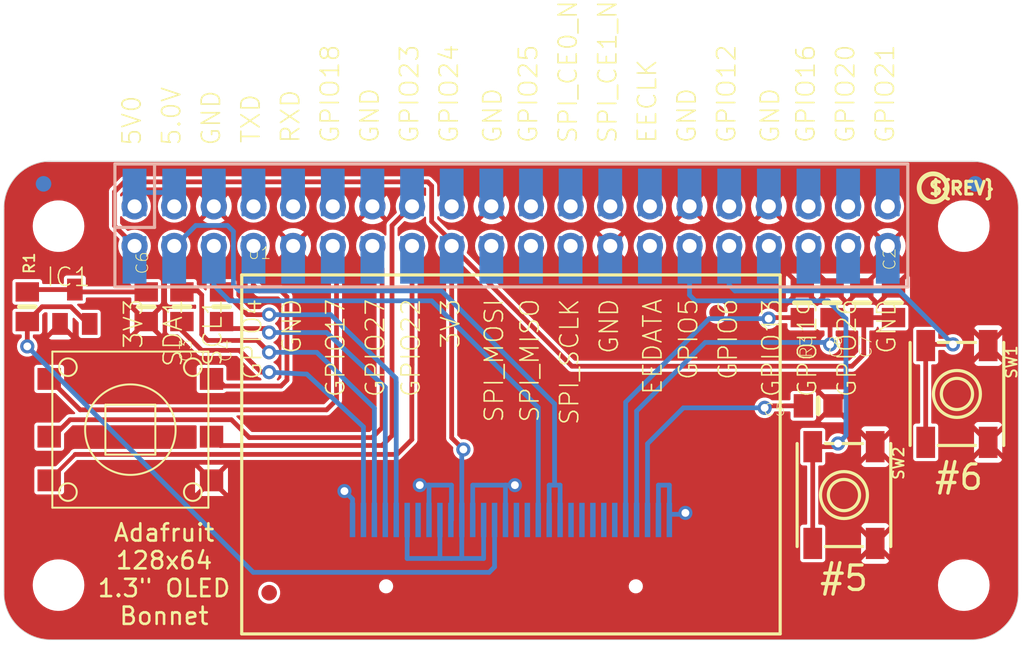
<source format=kicad_pcb>
(kicad_pcb (version 20221018) (generator pcbnew)
  (layers (0 "F.Cu" signal) (31 "B.Cu" signal) (34 "B.Paste" user) (35 "F.Paste" user) (36 "B.SilkS" user "B.Silkscreen") (37 "F.SilkS" user "F.Silkscreen") (38 "B.Mask" user) (39 "F.Mask" user) (44 "Edge.Cuts" user))
  (net 0 "")
  (net 1 "SCL")
  (net 2 "SDA")
  (net 3 "GND")
  (net 4 "RST")
  (net 5 "3.3V")
  (net 6 "N$3")
  (net 7 "N$4")
  (net 8 "N$5")
  (net 9 "N$6")
  (net 10 "N$7")
  (net 11 "N$11")
  (net 12 "N$12")
  (net 13 "5.0V")
  (net 14 "GPIO23")
  (net 15 "GPIO17")
  (net 16 "GPIO27")
  (net 17 "GPIO22")
  (net 18 "GPIO4")
  (net 19 "GPIO5")
  (net 20 "GPIO6")
  (footprint "working:PI_BONNET_THMSMT" (layer "F.Cu") (at 116.0011 120.3338)
    (fp_text reference "RPI1" hide)
    (fp_text value "RASPBERRYPI_BPLUS_BONNET_THMSMT" hide)
    (fp_text user "GND" (at 49.7716 -31.7378 90) (layer "F.SilkS") (effects (font (size 1.1684 1.1684) (thickness 0.1016)) (justify left bottom)))
    (fp_text user "GPIO18" (at 21.5776 -31.7378 90) (layer "F.SilkS") (effects (font (size 1.1684 1.1684) (thickness 0.1016)) (justify left bottom)))
    (fp_text user "GND" (at 31.9916 -31.7378 90) (layer "F.SilkS") (effects (font (size 1.1684 1.1684) (thickness 0.1016)) (justify left bottom)))
    (fp_text user "GND" (at 24.1176 -31.7378 90) (layer "F.SilkS") (effects (font (size 1.1684 1.1684) (thickness 0.1016)) (justify left bottom)))
    (fp_text user "SPI_SCLK" (at 35.5476 -21.9334 90) (layer "F.SilkS") (effects (font (size 1.1684 1.1684) (thickness 0.1016)) (justify right top)))
    (fp_text user "EECLK" (at 41.8976 -31.7378 90) (layer "F.SilkS") (effects (font (size 1.1684 1.1684) (thickness 0.1016)) (justify left bottom)))
    (fp_text user "GPIO22" (at 25.3876 -21.9334 90) (layer "F.SilkS") (effects (font (size 1.1684 1.1684) (thickness 0.1016)) (justify right top)))
    (fp_text user "SDA1" (at 10.1476 -21.9334 90) (layer "F.SilkS") (effects (font (size 1.1684 1.1684) (thickness 0.1016)) (justify right top)))
    (fp_text user "TXD" (at 16.4976 -31.7378 90) (layer "F.SilkS") (effects (font (size 1.1684 1.1684) (thickness 0.1016)) (justify left bottom)))
    (fp_text user "EEDATA" (at 40.8816 -21.9334 90) (layer "F.SilkS") (effects (font (size 1.1684 1.1684) (thickness 0.1016)) (justify right top)))
    (fp_text user "RXD" (at 19.0376 -31.7378 90) (layer "F.SilkS") (effects (font (size 1.1684 1.1684) (thickness 0.1016)) (justify left bottom)))
    (fp_text user "SPI_CE1_N" (at 39.3576 -31.7378 90) (layer "F.SilkS") (effects (font (size 1.1684 1.1684) (thickness 0.1016)) (justify left bottom)))
    (fp_text user "GPOI19" (at 50.7876 -21.9334 90) (layer "F.SilkS") (effects (font (size 1.1684 1.1684) (thickness 0.1016)) (justify right top)))
    (fp_text user "GPIO4" (at 15.2276 -21.9334 90) (layer "F.SilkS") (effects (font (size 1.1684 1.1684) (thickness 0.1016)) (justify right top)))
    (fp_text user "GPIO12" (at 46.9776 -31.7378 90) (layer "F.SilkS") (effects (font (size 1.1684 1.1684) (thickness 0.1016)) (justify left bottom)))
    (fp_text user "SPI_CE0_N" (at 36.8176 -31.7378 90) (layer "F.SilkS") (effects (font (size 1.1684 1.1684) (thickness 0.1016)) (justify left bottom)))
    (fp_text user "GND" (at 13.9576 -31.5854 90) (layer "F.SilkS") (effects (font (size 1.1684 1.1684) (thickness 0.1016)) (justify left bottom)))
    (fp_text user "GND" (at 55.8676 -21.9334 90) (layer "F.SilkS") (effects (font (size 1.1684 1.1684) (thickness 0.1016)) (justify right top)))
    (fp_text user "GPIO13" (at 48.5016 -21.9334 90) (layer "F.SilkS") (effects (font (size 1.1684 1.1684) (thickness 0.1016)) (justify right top)))
    (fp_text user "SPI_MOSI" (at 30.7216 -21.9334 90) (layer "F.SilkS") (effects (font (size 1.1684 1.1684) (thickness 0.1016)) (justify right top)))
    (fp_text user "3V3" (at 7.6076 -21.9334 90) (layer "F.SilkS") (effects (font (size 1.1684 1.1684) (thickness 0.1016)) (justify right top)))
    (fp_text user "GPIO21" (at 57.1376 -31.7378 90) (layer "F.SilkS") (effects (font (size 1.1684 1.1684) (thickness 0.1016)) (justify left bottom)))
    (fp_text user "SCL1" (at 12.6876 -21.9334 90) (layer "F.SilkS") (effects (font (size 1.1684 1.1684) (thickness 0.1016)) (justify right top)))
    (fp_text user "SPI_MISO" (at 33.0076 -21.9334 90) (layer "F.SilkS") (effects (font (size 1.1684 1.1684) (thickness 0.1016)) (justify right top)))
    (fp_text user "GPIO27" (at 23.1016 -21.9334 90) (layer "F.SilkS") (effects (font (size 1.1684 1.1684) (thickness 0.1016)) (justify right top)))
    (fp_text user "3V3" (at 27.9276 -21.9334 90) (layer "F.SilkS") (effects (font (size 1.1684 1.1684) (thickness 0.1016)) (justify right top)))
    (fp_text user "GPIO6" (at 45.7076 -21.9334 90) (layer "F.SilkS") (effects (font (size 1.1684 1.1684) (thickness 0.1016)) (justify right top)))
    (fp_text user "GND" (at 17.7676 -21.9334 90) (layer "F.SilkS") (effects (font (size 1.1684 1.1684) (thickness 0.1016)) (justify right top)))
    (fp_text user "GPIO25" (at 34.2776 -31.7378 90) (layer "F.SilkS") (effects (font (size 1.1684 1.1684) (thickness 0.1016)) (justify left bottom)))
    (fp_text user "GPIO26" (at 53.3276 -21.9334 90) (layer "F.SilkS") (effects (font (size 1.1684 1.1684) (thickness 0.1016)) (justify right top)))
    (fp_text user "GPIO20" (at 54.5976 -31.7378 90) (layer "F.SilkS") (effects (font (size 1.1684 1.1684) (thickness 0.1016)) (justify left bottom)))
    (fp_text user "GPIO17" (at 20.5616 -21.9334 90) (layer "F.SilkS") (effects (font (size 1.1684 1.1684) (thickness 0.1016)) (justify right top)))
    (fp_text user "GPIO5" (at 43.1676 -21.9334 90) (layer "F.SilkS") (effects (font (size 1.1684 1.1684) (thickness 0.1016)) (justify right top)))
    (fp_text user "GND" (at 44.4376 -31.7378 90) (layer "F.SilkS") (effects (font (size 1.1684 1.1684) (thickness 0.1016)) (justify left bottom)))
    (fp_text user "5V0" (at 8.8776 -31.5854 90) (layer "F.SilkS") (effects (font (size 1.1684 1.1684) (thickness 0.1016)) (justify left bottom)))
    (fp_text user "5.0V" (at 11.4176 -31.5854 90) (layer "F.SilkS") (effects (font (size 1.1684 1.1684) (thickness 0.1016)) (justify left bottom)))
    (fp_text user "GND" (at 38.0876 -21.9334 90) (layer "F.SilkS") (effects (font (size 1.1684 1.1684) (thickness 0.1016)) (justify right top)))
    (fp_text user "GPIO24" (at 29.1976 -31.7378 90) (layer "F.SilkS") (effects (font (size 1.1684 1.1684) (thickness 0.1016)) (justify left bottom)))
    (fp_text user "GPIO23" (at 26.6576 -31.7378 90) (layer "F.SilkS") (effects (font (size 1.1684 1.1684) (thickness 0.1016)) (justify left bottom)))
    (fp_text user "GPIO16" (at 52.0576 -31.7378 90) (layer "F.SilkS") (effects (font (size 1.1684 1.1684) (thickness 0.1016)) (justify left bottom)))
    (fp_line (start 0 -27.6604) (end 0 -3) (stroke (width 0.05)) (layer "Edge.Cuts"))
    (fp_line (start 3 0) (end 62 0) (stroke (width 0.05)) (layer "Edge.Cuts"))
    (fp_line (start 62 -30.6604) (end 3 -30.6604) (stroke (width 0.05)) (layer "Edge.Cuts"))
    (fp_line (start 65 -3) (end 65 -27.6604) (stroke (width 0.05)) (layer "Edge.Cuts"))
    (fp_arc (start 0 -27.6604) (mid 0.87868 -29.78172) (end 3 -30.6604) (stroke (width 0.05)) (layer "Edge.Cuts"))
    (fp_arc (start 3 0) (mid 0.87868 -0.87868) (end 0 -3) (stroke (width 0.05)) (layer "Edge.Cuts"))
    (fp_arc (start 62 -30.6604) (mid 64.12132 -29.78172) (end 65 -27.6604) (stroke (width 0.05)) (layer "Edge.Cuts"))
    (fp_arc (start 65 -3) (mid 64.12132 -0.87868) (end 62 0) (stroke (width 0.05)) (layer "Edge.Cuts"))
    (pad "" np_thru_hole circle (at 3.5 -26.5) (size 2.8 2.8) (drill 2.8) (layers "*.Cu" "*.Mask"))
    (pad "" np_thru_hole circle (at 3.5 -3.5) (size 2.8 2.8) (drill 2.8) (layers "*.Cu" "*.Mask"))
    (pad "" np_thru_hole circle (at 61.5 -26.5) (size 2.8 2.8) (drill 2.8) (layers "*.Cu" "*.Mask"))
    (pad "" np_thru_hole circle (at 61.5 -3.5) (size 2.8 2.8) (drill 2.8) (layers "*.Cu" "*.Mask"))
    (pad "1" thru_hole circle (at 8.37 -25.23) (size 1.6764 1.6764) (drill 0.9) (layers "*.Cu" "*.Mask") (net 5 "3.3V"))
    (pad "2" thru_hole circle (at 8.37 -27.77) (size 1.6764 1.6764) (drill 0.9) (layers "*.Cu" "*.Mask") (net 13 "5.0V"))
    (pad "3" thru_hole circle (at 10.91 -25.23) (size 1.6764 1.6764) (drill 0.9) (layers "*.Cu" "*.Mask") (net 2 "SDA"))
    (pad "4" thru_hole circle (at 10.91 -27.77) (size 1.6764 1.6764) (drill 0.9) (layers "*.Cu" "*.Mask") (net 13 "5.0V"))
    (pad "5" thru_hole circle (at 13.45 -25.23) (size 1.6764 1.6764) (drill 0.9) (layers "*.Cu" "*.Mask") (net 1 "SCL"))
    (pad "6" thru_hole circle (at 13.45 -27.77) (size 1.6764 1.6764) (drill 0.9) (layers "*.Cu" "*.Mask") (net 3 "GND"))
    (pad "7" thru_hole circle (at 15.99 -25.23) (size 1.6764 1.6764) (drill 0.9) (layers "*.Cu" "*.Mask") (net 18 "GPIO4"))
    (pad "8" thru_hole circle (at 15.99 -27.77) (size 1.6764 1.6764) (drill 0.9) (layers "*.Cu" "*.Mask"))
    (pad "9" thru_hole circle (at 18.53 -25.23) (size 1.6764 1.6764) (drill 0.9) (layers "*.Cu" "*.Mask") (net 3 "GND"))
    (pad "10" thru_hole circle (at 18.53 -27.77) (size 1.6764 1.6764) (drill 0.9) (layers "*.Cu" "*.Mask"))
    (pad "11" thru_hole circle (at 21.07 -25.23) (size 1.6764 1.6764) (drill 0.9) (layers "*.Cu" "*.Mask") (net 15 "GPIO17"))
    (pad "12" thru_hole circle (at 21.07 -27.77) (size 1.6764 1.6764) (drill 0.9) (layers "*.Cu" "*.Mask"))
    (pad "13" thru_hole circle (at 23.61 -25.23) (size 1.6764 1.6764) (drill 0.9) (layers "*.Cu" "*.Mask") (net 16 "GPIO27"))
    (pad "14" thru_hole circle (at 23.61 -27.77) (size 1.6764 1.6764) (drill 0.9) (layers "*.Cu" "*.Mask") (net 3 "GND"))
    (pad "15" thru_hole circle (at 26.15 -25.23) (size 1.6764 1.6764) (drill 0.9) (layers "*.Cu" "*.Mask") (net 17 "GPIO22"))
    (pad "16" thru_hole circle (at 26.15 -27.77) (size 1.6764 1.6764) (drill 0.9) (layers "*.Cu" "*.Mask") (net 14 "GPIO23"))
    (pad "17" thru_hole circle (at 28.69 -25.23) (size 1.6764 1.6764) (drill 0.9) (layers "*.Cu" "*.Mask") (net 5 "3.3V"))
    (pad "18" thru_hole circle (at 28.69 -27.77) (size 1.6764 1.6764) (drill 0.9) (layers "*.Cu" "*.Mask"))
    (pad "19" thru_hole circle (at 31.23 -25.23) (size 1.6764 1.6764) (drill 0.9) (layers "*.Cu" "*.Mask"))
    (pad "20" thru_hole circle (at 31.23 -27.77) (size 1.6764 1.6764) (drill 0.9) (layers "*.Cu" "*.Mask") (net 3 "GND"))
    (pad "21" thru_hole circle (at 33.77 -25.23) (size 1.6764 1.6764) (drill 0.9) (layers "*.Cu" "*.Mask"))
    (pad "22" thru_hole circle (at 33.77 -27.77) (size 1.6764 1.6764) (drill 0.9) (layers "*.Cu" "*.Mask"))
    (pad "23" thru_hole circle (at 36.31 -25.23) (size 1.6764 1.6764) (drill 0.9) (layers "*.Cu" "*.Mask"))
    (pad "24" thru_hole circle (at 36.31 -27.77) (size 1.6764 1.6764) (drill 0.9) (layers "*.Cu" "*.Mask"))
    (pad "25" thru_hole circle (at 38.85 -25.23) (size 1.6764 1.6764) (drill 0.9) (layers "*.Cu" "*.Mask") (net 3 "GND"))
    (pad "26" thru_hole circle (at 38.85 -27.77) (size 1.6764 1.6764) (drill 0.9) (layers "*.Cu" "*.Mask"))
    (pad "27" thru_hole circle (at 41.39 -25.23) (size 1.6764 1.6764) (drill 0.9) (layers "*.Cu" "*.Mask"))
    (pad "28" thru_hole circle (at 41.39 -27.77) (size 1.6764 1.6764) (drill 0.9) (layers "*.Cu" "*.Mask"))
    (pad "29" thru_hole circle (at 43.93 -25.23) (size 1.6764 1.6764) (drill 0.9) (layers "*.Cu" "*.Mask") (net 19 "GPIO5"))
    (pad "30" thru_hole circle (at 43.93 -27.77) (size 1.6764 1.6764) (drill 0.9) (layers "*.Cu" "*.Mask") (net 3 "GND"))
    (pad "31" thru_hole circle (at 46.47 -25.23) (size 1.6764 1.6764) (drill 0.9) (layers "*.Cu" "*.Mask") (net 20 "GPIO6"))
    (pad "32" thru_hole circle (at 46.47 -27.77) (size 1.6764 1.6764) (drill 0.9) (layers "*.Cu" "*.Mask"))
    (pad "33" thru_hole circle (at 49.01 -25.23) (size 1.6764 1.6764) (drill 0.9) (layers "*.Cu" "*.Mask"))
    (pad "34" thru_hole circle (at 49.01 -27.77) (size 1.6764 1.6764) (drill 0.9) (layers "*.Cu" "*.Mask") (net 3 "GND"))
    (pad "35" thru_hole circle (at 51.55 -25.23) (size 1.6764 1.6764) (drill 0.9) (layers "*.Cu" "*.Mask"))
    (pad "36" thru_hole circle (at 51.55 -27.77) (size 1.6764 1.6764) (drill 0.9) (layers "*.Cu" "*.Mask"))
    (pad "37" thru_hole circle (at 54.09 -25.23) (size 1.6764 1.6764) (drill 0.9) (layers "*.Cu" "*.Mask"))
    (pad "38" thru_hole circle (at 54.09 -27.77) (size 1.6764 1.6764) (drill 0.9) (layers "*.Cu" "*.Mask"))
    (pad "39" thru_hole circle (at 56.63 -25.23) (size 1.6764 1.6764) (drill 0.9) (layers "*.Cu" "*.Mask") (net 3 "GND"))
    (pad "40" thru_hole circle (at 56.63 -27.77) (size 1.6764 1.6764) (drill 0.9) (layers "*.Cu" "*.Mask"))
    (pad "41" smd roundrect (at 2.54 -29.21 180) (size 1 1) (layers "B.Cu" "B.Mask") (roundrect_rratio 0.5))
    (pad "42" smd roundrect (at 62.23 -29.21 180) (size 1 1) (layers "B.Cu" "B.Mask") (roundrect_rratio 0.5))
    (pad "S1" smd rect (at 8.3696 -24.3394 270) (size 3.048 1.524) (layers "B.Cu" "B.Mask") (net 5 "3.3V"))
    (pad "S2" smd rect (at 8.3696 -28.6574 270) (size 3.048 1.524) (layers "B.Cu" "B.Mask") (net 13 "5.0V"))
    (pad "S3" smd rect (at 10.9096 -24.3394 90) (size 3.048 1.524) (layers "B.Cu" "B.Mask") (net 2 "SDA"))
    (pad "S4" smd rect (at 10.9096 -28.6574 270) (size 3.048 1.524) (layers "B.Cu" "B.Mask") (net 13 "5.0V"))
    (pad "S5" smd rect (at 13.4496 -24.3394 90) (size 3.048 1.524) (layers "B.Cu" "B.Mask") (net 1 "SCL"))
    (pad "S6" smd rect (at 13.4496 -28.6574 270) (size 3.048 1.524) (layers "B.Cu" "B.Mask") (net 3 "GND"))
    (pad "S7" smd rect (at 15.9896 -24.3394 90) (size 3.048 1.524) (layers "B.Cu" "B.Mask") (net 18 "GPIO4"))
    (pad "S8" smd rect (at 15.9896 -28.6574 270) (size 3.048 1.524) (layers "B.Cu" "B.Mask"))
    (pad "S9" smd rect (at 18.5296 -24.3394 90) (size 3.048 1.524) (layers "B.Cu" "B.Mask") (net 3 "GND"))
    (pad "S10" smd rect (at 18.5296 -28.6574 270) (size 3.048 1.524) (layers "B.Cu" "B.Mask"))
    (pad "S11" smd rect (at 21.0696 -24.3394 90) (size 3.048 1.524) (layers "B.Cu" "B.Mask") (net 15 "GPIO17"))
    (pad "S12" smd rect (at 21.0696 -28.6574 270) (size 3.048 1.524) (layers "B.Cu" "B.Mask"))
    (pad "S13" smd rect (at 23.6096 -24.3394 90) (size 3.048 1.524) (layers "B.Cu" "B.Mask") (net 16 "GPIO27"))
    (pad "S14" smd rect (at 23.6096 -28.6574 270) (size 3.048 1.524) (layers "B.Cu" "B.Mask") (net 3 "GND"))
    (pad "S15" smd rect (at 26.1496 -24.3394 90) (size 3.048 1.524) (layers "B.Cu" "B.Mask") (net 17 "GPIO22"))
    (pad "S16" smd rect (at 26.1496 -28.6574 270) (size 3.048 1.524) (layers "B.Cu" "B.Mask") (net 14 "GPIO23"))
    (pad "S17" smd rect (at 28.6896 -24.3394 90) (size 3.048 1.524) (layers "B.Cu" "B.Mask") (net 5 "3.3V"))
    (pad "S18" smd rect (at 28.6896 -28.6574 270) (size 3.048 1.524) (layers "B.Cu" "B.Mask"))
    (pad "S19" smd rect (at 31.2296 -24.3394 90) (size 3.048 1.524) (layers "B.Cu" "B.Mask"))
    (pad "S20" smd rect (at 31.2296 -28.6574 270) (size 3.048 1.524) (layers "B.Cu" "B.Mask") (net 3 "GND"))
    (pad "S21" smd rect (at 33.7696 -24.3394 90) (size 3.048 1.524) (layers "B.Cu" "B.Mask"))
    (pad "S22" smd rect (at 33.7696 -28.6574 270) (size 3.048 1.524) (layers "B.Cu" "B.Mask"))
    (pad "S23" smd rect (at 36.3096 -24.3394 90) (size 3.048 1.524) (layers "B.Cu" "B.Mask"))
    (pad "S24" smd rect (at 36.3096 -28.6574 270) (size 3.048 1.524) (layers "B.Cu" "B.Mask"))
    (pad "S25" smd rect (at 38.8496 -24.3394 90) (size 3.048 1.524) (layers "B.Cu" "B.Mask") (net 3 "GND"))
    (pad "S26" smd rect (at 38.8496 -28.6574 270) (size 3.048 1.524) (layers "B.Cu" "B.Mask"))
    (pad "S27" smd rect (at 41.3896 -24.3394 90) (size 3.048 1.524) (layers "B.Cu" "B.Mask"))
    (pad "S28" smd rect (at 41.3896 -28.6574 270) (size 3.048 1.524) (layers "B.Cu" "B.Mask"))
    (pad "S29" smd rect (at 43.9296 -24.3394 90) (size 3.048 1.524) (layers "B.Cu" "B.Mask") (net 19 "GPIO5"))
    (pad "S30" smd rect (at 43.9296 -28.6574 270) (size 3.048 1.524) (layers "B.Cu" "B.Mask") (net 3 "GND"))
    (pad "S31" smd rect (at 46.4696 -24.3394 90) (size 3.048 1.524) (layers "B.Cu" "B.Mask") (net 20 "GPIO6"))
    (pad "S32" smd rect (at 46.4696 -28.6574 270) (size 3.048 1.524) (layers "B.Cu" "B.Mask"))
    (pad "S33" smd rect (at 49.0096 -24.3394 90) (size 3.048 1.524) (layers "B.Cu" "B.Mask"))
    (pad "S34" smd rect (at 49.0096 -28.6574 270) (size 3.048 1.524) (layers "B.Cu" "B.Mask") (net 3 "GND"))
    (pad "S35" smd rect (at 51.5496 -24.3394 90) (size 3.048 1.524) (layers "B.Cu" "B.Mask"))
    (pad "S36" smd rect (at 51.5496 -28.6574 270) (size 3.048 1.524) (layers "B.Cu" "B.Mask"))
    (pad "S37" smd rect (at 54.0896 -24.3394 90) (size 3.048 1.524) (layers "B.Cu" "B.Mask"))
    (pad "S38" smd rect (at 54.0896 -28.6574 270) (size 3.048 1.524) (layers "B.Cu" "B.Mask"))
    (pad "S39" smd rect (at 56.6296 -24.3394 90) (size 3.048 1.524) (layers "B.Cu" "B.Mask") (net 3 "GND"))
    (pad "S40" smd rect (at 56.6296 -28.6574 270) (size 3.048 1.524) (layers "B.Cu" "B.Mask"))
  )
  (footprint "working:0805-NO" (layer "F.Cu") (at 129.9457 98.9978 -90)
    (fp_text reference "C4" (at 2.032 -0.254 90) (layer "F.SilkS") (effects (font (size 0.75948 0.75948) (thickness 0.05332)) (justify right)))
    (fp_text value "2.2uF")
    (pad "1" smd rect (at -0.95 0 270) (size 1.24 1.5) (layers "F.Cu" "F.Paste" "F.Mask") (net 10 "N$7"))
    (pad "2" smd rect (at 0.95 0 270) (size 1.24 1.5) (layers "F.Cu" "F.Paste" "F.Mask") (net 9 "N$6"))
  )
  (footprint "working:UG-2864HSWEG01_1.3_WRAPAROUND" (layer "F.Cu") (at 148.4877 112.4598)
    (fp_text reference "U1" (at -16.9 -16.9) (layer "F.SilkS") (effects (font (size 0.75948 0.75948) (thickness 0.05332)) (justify left)))
    (fp_text value "UG-2864HSWEG01")
    (pad "" np_thru_hole circle (at -8 4.45) (size 0.4 0.4) (drill 0.4) (layers "*.Cu" "*.Mask"))
    (pad "" np_thru_hole circle (at 8 4.45) (size 0.4 0.4) (drill 0.4) (layers "*.Cu" "*.Mask"))
    (pad "1" smd rect (at -10.15 0.2 90) (size 2.2 0.35) (layers "B.Cu" "B.Paste" "B.Mask") (net 3 "GND"))
    (pad "2" smd rect (at -9.45 0.2 90) (size 2.2 0.35) (layers "B.Cu" "B.Paste" "B.Mask") (net 7 "N$4"))
    (pad "3" smd rect (at -8.75 0.2 90) (size 2.2 0.35) (layers "B.Cu" "B.Paste" "B.Mask") (net 8 "N$5"))
    (pad "4" smd rect (at -8.05 0.2 90) (size 2.2 0.35) (layers "B.Cu" "B.Paste" "B.Mask") (net 9 "N$6"))
    (pad "5" smd rect (at -7.35 0.2 90) (size 2.2 0.35) (layers "B.Cu" "B.Paste" "B.Mask") (net 10 "N$7"))
    (pad "6" smd rect (at -6.65 0.2 90) (size 2.2 0.35) (layers "B.Cu" "B.Paste" "B.Mask") (net 5 "3.3V"))
    (pad "7" smd rect (at -5.95 0.2 90) (size 2.2 0.35) (layers "B.Cu" "B.Paste" "B.Mask"))
    (pad "8" smd rect (at -5.25 0.2 90) (size 2.2 0.35) (layers "B.Cu" "B.Paste" "B.Mask") (net 3 "GND"))
    (pad "9" smd rect (at -4.55 0.2 90) (size 2.2 0.35) (layers "B.Cu" "B.Paste" "B.Mask") (net 5 "3.3V"))
    (pad "10" smd rect (at -3.85 0.2 90) (size 2.2 0.35) (layers "B.Cu" "B.Paste" "B.Mask") (net 3 "GND"))
    (pad "11" smd rect (at -3.15 0.2 90) (size 2.2 0.35) (layers "B.Cu" "B.Paste" "B.Mask") (net 5 "3.3V"))
    (pad "12" smd rect (at -2.45 0.2 90) (size 2.2 0.35) (layers "B.Cu" "B.Paste" "B.Mask") (net 3 "GND"))
    (pad "13" smd rect (at -1.75 0.2 90) (size 2.2 0.35) (layers "B.Cu" "B.Paste" "B.Mask") (net 5 "3.3V"))
    (pad "14" smd rect (at -1.05 0.2 90) (size 2.2 0.35) (layers "B.Cu" "B.Paste" "B.Mask") (net 4 "RST"))
    (pad "15" smd rect (at -0.35 0.2 90) (size 2.2 0.35) (layers "B.Cu" "B.Paste" "B.Mask") (net 3 "GND"))
    (pad "16" smd rect (at 0.35 0.2 90) (size 2.2 0.35) (layers "B.Cu" "B.Paste" "B.Mask"))
    (pad "17" smd rect (at 1.05 0.2 90) (size 2.2 0.35) (layers "B.Cu" "B.Paste" "B.Mask"))
    (pad "18" smd rect (at 1.75 0.2 90) (size 2.2 0.35) (layers "B.Cu" "B.Paste" "B.Mask") (net 1 "SCL"))
    (pad "19" smd rect (at 2.45 0.2 90) (size 2.2 0.35) (layers "B.Cu" "B.Paste" "B.Mask") (net 2 "SDA"))
    (pad "20" smd rect (at 3.15 0.2 90) (size 2.2 0.35) (layers "B.Cu" "B.Paste" "B.Mask") (net 2 "SDA"))
    (pad "21" smd rect (at 3.85 0.2 90) (size 2.2 0.35) (layers "B.Cu" "B.Paste" "B.Mask"))
    (pad "22" smd rect (at 4.55 0.2 90) (size 2.2 0.35) (layers "B.Cu" "B.Paste" "B.Mask"))
    (pad "23" smd rect (at 5.25 0.2 90) (size 2.2 0.35) (layers "B.Cu" "B.Paste" "B.Mask"))
    (pad "24" smd rect (at 5.95 0.2 90) (size 2.2 0.35) (layers "B.Cu" "B.Paste" "B.Mask"))
    (pad "25" smd rect (at 6.65 0.2 90) (size 2.2 0.35) (layers "B.Cu" "B.Paste" "B.Mask"))
    (pad "26" smd rect (at 7.35 0.2 90) (size 2.2 0.35) (layers "B.Cu" "B.Paste" "B.Mask") (net 6 "N$3"))
    (pad "27" smd rect (at 8.05 0.2 90) (size 2.2 0.35) (layers "B.Cu" "B.Paste" "B.Mask") (net 12 "N$12"))
    (pad "28" smd rect (at 8.75 0.2 90) (size 2.2 0.35) (layers "B.Cu" "B.Paste" "B.Mask") (net 11 "N$11"))
    (pad "29" smd rect (at 9.45 0.2 90) (size 2.2 0.35) (layers "B.Cu" "B.Paste" "B.Mask") (net 3 "GND"))
    (pad "30" smd rect (at 10.15 0.2 90) (size 2.2 0.35) (layers "B.Cu" "B.Paste" "B.Mask") (net 3 "GND"))
  )
  (footprint "working:EVQ-Q2_SMALLER" (layer "F.Cu") (at 177.0627 104.5858 -90)
    (fp_text reference "SW1" (at -3.175 -3.5 90) (layer "F.SilkS") (effects (font (size 0.692831 0.692831) (thickness 0.119969)) (justify right)))
    (fp_text value "EVQQ")
    (pad "A" smd rect (at -3.1 2 270) (size 2 1.2) (layers "F.Cu" "F.Paste" "F.Mask") (net 20 "GPIO6"))
    (pad "A'" smd rect (at 3.1 2 270) (size 2 1.2) (layers "F.Cu" "F.Paste" "F.Mask") (net 20 "GPIO6"))
    (pad "B" smd rect (at -3.1 -2 270) (size 2 1.2) (layers "F.Cu" "F.Paste" "F.Mask") (net 3 "GND"))
    (pad "B'" smd rect (at 3.1 -2 270) (size 2 1.2) (layers "F.Cu" "F.Paste" "F.Mask") (net 3 "GND"))
  )
  (footprint "working:0805-NO" (layer "F.Cu") (at 127.4057 98.9978 -90)
    (fp_text reference "C3" (at 2.032 -0.254 90) (layer "F.SilkS") (effects (font (size 0.75948 0.75948) (thickness 0.05332)) (justify right)))
    (fp_text value "2.2uF")
    (pad "1" smd rect (at -0.95 0 270) (size 1.24 1.5) (layers "F.Cu" "F.Paste" "F.Mask") (net 8 "N$5"))
    (pad "2" smd rect (at 0.95 0 270) (size 1.24 1.5) (layers "F.Cu" "F.Paste" "F.Mask") (net 7 "N$4"))
  )
  (footprint "working:FIDUCIAL_1MM" (layer "F.Cu") (at 132.9965 117.3216)
    (fp_text reference "FID2" hide)
    (fp_text value "FIDUCIAL_1MM" hide)
    (pad "1" smd roundrect (at 0 0) (size 1 1) (layers "F.Cu" "F.Mask") (roundrect_rratio 0.5))
  )
  (footprint "working:SKQUBAE010" (layer "F.Cu") (at 124.1037 106.8718)
    (fp_text reference "SW3" hide)
    (fp_text value "NAVSWITCHSKQUABAUE010" hide)
    (pad "1" smd rect (at -5.2 -3.25 180) (size 1.5 1.4) (layers "F.Cu" "F.Paste" "F.Mask") (net 15 "GPIO17"))
    (pad "2" smd rect (at -5.2 0.45 180) (size 1.5 1.4) (layers "F.Cu" "F.Paste" "F.Mask") (net 16 "GPIO27"))
    (pad "3" smd rect (at -5.2 3.25 180) (size 1.5 1.4) (layers "F.Cu" "F.Paste" "F.Mask") (net 17 "GPIO22"))
    (pad "4" smd rect (at 5.2 3.25 180) (size 1.5 1.4) (layers "F.Cu" "F.Paste" "F.Mask") (net 3 "GND"))
    (pad "5" smd rect (at 5.2 0.45 180) (size 1.5 1.4) (layers "F.Cu" "F.Paste" "F.Mask") (net 14 "GPIO23"))
    (pad "6" smd rect (at 5.2 -3.25 180) (size 1.5 1.4) (layers "F.Cu" "F.Paste" "F.Mask") (net 18 "GPIO4"))
  )
  (footprint "working:0805-NO" (layer "F.Cu") (at 125.1197 98.9978 90)
    (fp_text reference "C6" (at 2.032 -0.254 90) (layer "F.SilkS") (effects (font (size 0.75948 0.75948) (thickness 0.05332)) (justify left)))
    (fp_text value "2.2uF")
    (pad "1" smd rect (at -0.95 0 90) (size 1.24 1.5) (layers "F.Cu" "F.Paste" "F.Mask") (net 3 "GND"))
    (pad "2" smd rect (at 0.95 0 90) (size 1.24 1.5) (layers "F.Cu" "F.Paste" "F.Mask") (net 5 "3.3V"))
  )
  (footprint "working:FIDUCIAL_1MM" (layer "F.Cu") (at 161.6957 99.3788)
    (fp_text reference "FID1" hide)
    (fp_text value "FIDUCIAL_1MM" hide)
    (pad "1" smd roundrect (at 0 0) (size 1 1) (layers "F.Cu" "F.Mask") (roundrect_rratio 0.5))
  )
  (footprint "working:0805-NO" (layer "F.Cu") (at 172.9987 98.7438 90)
    (fp_text reference "C2" (at 2.032 -0.254 90) (layer "F.SilkS") (effects (font (size 0.75948 0.75948) (thickness 0.05332)) (justify left)))
    (fp_text value "10uF")
    (pad "1" smd rect (at -0.95 0 90) (size 1.24 1.5) (layers "F.Cu" "F.Paste" "F.Mask") (net 5 "3.3V"))
    (pad "2" smd rect (at 0.95 0 90) (size 1.24 1.5) (layers "F.Cu" "F.Paste" "F.Mask") (net 3 "GND"))
  )
  (footprint "working:SOT23" (layer "F.Cu") (at 120.5477 98.9978)
    (fp_text reference "IC1" (at -1.905 -1.905) (layer "F.SilkS") (effects (font (size 1.176528 1.176528) (thickness 0.093472)) (justify left)))
    (fp_text value "APX803")
    (pad "1" smd rect (at -0.95 1.1) (size 1 1.4) (layers "F.Cu" "F.Paste" "F.Mask") (net 3 "GND"))
    (pad "2" smd rect (at 0.95 1.1) (size 1 1.4) (layers "F.Cu" "F.Paste" "F.Mask") (net 4 "RST"))
    (pad "3" smd rect (at 0 -1.1) (size 1 1.4) (layers "F.Cu" "F.Paste" "F.Mask") (net 5 "3.3V"))
  )
  (footprint "working:0805-NO" (layer "F.Cu") (at 167.1567 98.7438 -90)
    (fp_text reference "R3" (at 2.032 -0.254 90) (layer "F.SilkS") (effects (font (size 0.75948 0.75948) (thickness 0.05332)) (justify right)))
    (fp_text value "390K")
    (pad "1" smd rect (at -0.95 0 270) (size 1.24 1.5) (layers "F.Cu" "F.Paste" "F.Mask") (net 3 "GND"))
    (pad "2" smd rect (at 0.95 0 270) (size 1.24 1.5) (layers "F.Cu" "F.Paste" "F.Mask") (net 6 "N$3"))
  )
  (footprint "working:PCBFEAT-REV-040" (layer "F.Cu") (at 175.5387 91.3778)
    (fp_text reference "U$2" hide)
    (fp_text value "" hide)
    (fp_text user "${REV}" (at -0.3556 0.508) (layer "F.SilkS") (effects (font (size 0.8128 0.8128) (thickness 0.2032)) (justify left bottom)))
  )
  (footprint "working:0805-NO" (layer "F.Cu") (at 170.9667 98.7438 -90)
    (fp_text reference "C7" (at 2.032 -0.254 90) (layer "F.SilkS") (effects (font (size 0.75948 0.75948) (thickness 0.05332)) (justify right)))
    (fp_text value "2.2uF")
    (pad "1" smd rect (at -0.95 0 270) (size 1.24 1.5) (layers "F.Cu" "F.Paste" "F.Mask") (net 3 "GND"))
    (pad "2" smd rect (at 0.95 0 270) (size 1.24 1.5) (layers "F.Cu" "F.Paste" "F.Mask") (net 5 "3.3V"))
  )
  (footprint "working:0805-NO" (layer "F.Cu") (at 117.4997 98.9978 90)
    (fp_text reference "R1" (at 2.032 0.127 90) (layer "F.SilkS") (effects (font (size 0.692831 0.692831) (thickness 0.119969)) (justify left)))
    (fp_text value "10K")
    (pad "1" smd rect (at -0.95 0 90) (size 1.24 1.5) (layers "F.Cu" "F.Paste" "F.Mask") (net 4 "RST"))
    (pad "2" smd rect (at 0.95 0 90) (size 1.24 1.5) (layers "F.Cu" "F.Paste" "F.Mask") (net 5 "3.3V"))
  )
  (footprint "working:0805-NO" (layer "F.Cu") (at 168.1727 105.3478 180)
    (fp_text reference "C5" (at 2.032 -0.254) (layer "F.SilkS") (effects (font (size 0.75948 0.75948) (thickness 0.05332)) (justify right)))
    (fp_text value "10uF")
    (pad "1" smd rect (at -0.95 0 180) (size 1.24 1.5) (layers "F.Cu" "F.Paste" "F.Mask") (net 3 "GND"))
    (pad "2" smd rect (at 0.95 0 180) (size 1.24 1.5) (layers "F.Cu" "F.Paste" "F.Mask") (net 11 "N$11"))
  )
  (footprint "working:0805-NO" (layer "F.Cu") (at 169.0617 98.7438 -90)
    (fp_text reference "C8" (at 2.032 -0.254 90) (layer "F.SilkS") (effects (font (size 0.75948 0.75948) (thickness 0.05332)) (justify right)))
    (fp_text value "2.2uF")
    (pad "1" smd rect (at -0.95 0 270) (size 1.24 1.5) (layers "F.Cu" "F.Paste" "F.Mask") (net 3 "GND"))
    (pad "2" smd rect (at 0.95 0 270) (size 1.24 1.5) (layers "F.Cu" "F.Paste" "F.Mask") (net 12 "N$12"))
  )
  (footprint "working:EVQ-Q2_SMALLER" (layer "F.Cu") (at 169.8237 111.0628 -90)
    (fp_text reference "SW2" (at -3.175 -3.5 90) (layer "F.SilkS") (effects (font (size 0.692831 0.692831) (thickness 0.119969)) (justify right)))
    (fp_text value "EVQQ")
    (pad "A" smd rect (at -3.1 2 270) (size 2 1.2) (layers "F.Cu" "F.Paste" "F.Mask") (net 19 "GPIO5"))
    (pad "A'" smd rect (at 3.1 2 270) (size 2 1.2) (layers "F.Cu" "F.Paste" "F.Mask") (net 19 "GPIO5"))
    (pad "B" smd rect (at -3.1 -2 270) (size 2 1.2) (layers "F.Cu" "F.Paste" "F.Mask") (net 3 "GND"))
    (pad "B'" smd rect (at 3.1 -2 270) (size 2 1.2) (layers "F.Cu" "F.Paste" "F.Mask") (net 3 "GND"))
  )
  (gr_text "#6" (at 177.1897 109.9198) (layer "F.SilkS") (effects (font (size 1.56464 1.56464) (thickness 0.21336))))
  (gr_text "Adafruit\n128x64\n1.3\" OLED\nBonnet" (at 126.2627 116.1428) (layer "F.SilkS") (effects (font (size 1.1049 1.1049) (thickness 0.1651))))
  (gr_text "#5" (at 169.8237 116.3968) (layer "F.SilkS") (effects (font (size 1.56464 1.56464) (thickness 0.21336))))
  (segment (start 129.4507 95.9944) (end 129.4511 95.994) (width 0.3048) (layer "B.Cu") (net 1))
  (segment (start 130.4537 98.6168) (end 143.4077 98.6168) (width 0.3048) (layer "B.Cu") (net 1))
  (segment (start 129.4507 97.6138) (end 130.4537 98.6168) (width 0.3048) (layer "B.Cu") (net 1))
  (segment (start 143.4077 98.6168) (end 150.2377 105.4468) (width 0.3048) (layer "B.Cu") (net 1))
  (segment (start 150.2377 105.4468) (end 150.2377 112.6598) (width 0.3048) (layer "B.Cu") (net 1))
  (segment (start 129.4511 95.994) (end 129.4511 95.1038) (width 0.3048) (layer "B.Cu") (net 1))
  (segment (start 129.4507 95.9944) (end 129.4507 97.6138) (width 0.3048) (layer "B.Cu") (net 1))
  (segment (start 150.9377 112.6598) (end 150.9377 110.4278) (width 0.3048) (layer "B.Cu") (net 2))
  (segment (start 126.9107 95.9944) (end 126.9107 95.1748) (width 0.3048) (layer "B.Cu") (net 2))
  (segment (start 128.2947 93.7908) (end 130.3267 93.7908) (width 0.3048) (layer "B.Cu") (net 2))
  (segment (start 151.2817 110.4278) (end 151.6377 110.4278) (width 0.3048) (layer "B.Cu") (net 2))
  (segment (start 151.6377 110.4278) (end 151.6377 112.6598) (width 0.3048) (layer "B.Cu") (net 2))
  (segment (start 144.0427 97.9818) (end 151.2817 105.2208) (width 0.3048) (layer "B.Cu") (net 2))
  (segment (start 151.2817 105.2208) (end 151.2817 110.4278) (width 0.3048) (layer "B.Cu") (net 2))
  (segment (start 130.7077 94.1718) (end 130.7077 97.6008) (width 0.3048) (layer "B.Cu") (net 2))
  (segment (start 126.9107 95.1748) (end 128.2947 93.7908) (width 0.3048) (layer "B.Cu") (net 2))
  (segment (start 126.9107 95.9944) (end 126.9111 95.994) (width 0.3048) (layer "B.Cu") (net 2))
  (segment (start 131.0887 97.9818) (end 144.0427 97.9818) (width 0.3048) (layer "B.Cu") (net 2))
  (segment (start 150.9377 110.4278) (end 151.2817 110.4278) (width 0.3048) (layer "B.Cu") (net 2))
  (segment (start 130.3267 93.7908) (end 130.7077 94.1718) (width 0.3048) (layer "B.Cu") (net 2))
  (segment (start 130.7077 97.6008) (end 131.0887 97.9818) (width 0.3048) (layer "B.Cu") (net 2))
  (segment (start 126.9111 95.994) (end 126.9111 95.1038) (width 0.3048) (layer "B.Cu") (net 2))
  (segment (start 159.6637 112.2058) (end 159.9177 112.2058) (width 0.3048) (layer "F.Cu") (net 3))
  (segment (start 137.8197 110.8088) (end 137.3117 110.8088) (width 0.3048) (layer "F.Cu") (net 3))
  (segment (start 142.6457 110.4278) (end 142.1377 110.4278) (width 0.3048) (layer "F.Cu") (net 3))
  (segment (start 159.9177 112.2058) (end 159.9177 112.3328) (width 0.3048) (layer "F.Cu") (net 3))
  (segment (start 148.7417 110.4278) (end 148.9957 110.4278) (width 0.3048) (layer "F.Cu") (net 3))
  (via (at 142.6457 110.4278) (size 0.9064) (drill 0.5) (layers "F.Cu" "B.Cu") (net 3))
  (via (at 159.6637 112.2058) (size 0.9064) (drill 0.5) (layers "F.Cu" "B.Cu") (net 3))
  (via (at 137.8197 110.8088) (size 0.9064) (drill 0.5) (layers "F.Cu" "B.Cu") (net 3))
  (via (at 148.7417 110.4278) (size 0.9064) (drill 0.5) (layers "F.Cu" "B.Cu") (net 3))
  (segment (start 129.4507 91.6764) (end 129.4511 91.6768) (width 0.3048) (layer "B.Cu") (net 3))
  (segment (start 158.6377 112.296991) (end 159.6637 112.296991) (width 0.3048) (layer "B.Cu") (net 3))
  (segment (start 158.6377 112.6598) (end 158.6377 112.296991) (width 0.3048) (layer "B.Cu") (net 3))
  (segment (start 134.5311 95.994) (end 134.5311 95.1038) (width 0.3048) (layer "B.Cu") (net 3))
  (segment (start 147.2311 91.6768) (end 147.2311 92.5638) (width 0.3048) (layer "B.Cu") (net 3))
  (segment (start 159.9307 91.6764) (end 159.9311 91.6768) (width 0.3048) (layer "B.Cu") (net 3))
  (segment (start 148.1377 110.4278) (end 148.1377 112.6598) (width 0.3048) (layer "B.Cu") (net 3))
  (segment (start 158.6377 112.296991) (end 158.6377 110.4278) (width 0.3048) (layer "B.Cu") (net 3))
  (segment (start 147.2307 91.6764) (end 147.2311 91.6768) (width 0.3048) (layer "B.Cu") (net 3))
  (segment (start 146.0377 110.4278) (end 148.1377 110.4278) (width 0.3048) (layer "B.Cu") (net 3))
  (segment (start 129.4511 91.6768) (end 129.4511 92.5638) (width 0.3048) (layer "B.Cu") (net 3))
  (segment (start 144.6777 112.6598) (end 144.6377 112.6598) (width 0.3048) (layer "B.Cu") (net 3))
  (segment (start 154.8511 95.994) (end 154.8511 95.1038) (width 0.3048) (layer "B.Cu") (net 3))
  (segment (start 144.6777 110.4278) (end 144.6777 112.6598) (width 0.3048) (layer "B.Cu") (net 3))
  (segment (start 134.5307 95.9944) (end 134.5311 95.994) (width 0.3048) (layer "B.Cu") (net 3))
  (segment (start 157.9377 110.4278) (end 157.9377 112.6598) (width 0.3048) (layer "B.Cu") (net 3))
  (segment (start 154.8507 95.9944) (end 154.8511 95.994) (width 0.3048) (layer "B.Cu") (net 3))
  (segment (start 158.6377 110.4278) (end 157.9377 110.4278) (width 0.3048) (layer "B.Cu") (net 3))
  (segment (start 139.6107 91.6764) (end 139.6111 91.6768) (width 0.3048) (layer "B.Cu") (net 3))
  (segment (start 172.6307 95.9944) (end 172.6311 95.994) (width 0.3048) (layer "B.Cu") (net 3))
  (segment (start 148.1377 110.4278) (end 148.7417 110.4278) (width 0.3048) (layer "B.Cu") (net 3))
  (segment (start 159.6637 112.296991) (end 159.6637 112.2058) (width 0.3048) (layer "B.Cu") (net 3))
  (segment (start 138.3377 112.6598) (end 138.3377 111.3268) (width 0.3048) (layer "B.Cu") (net 3))
  (segment (start 159.9311 91.6768) (end 159.9311 92.5638) (width 0.3048) (layer "B.Cu") (net 3))
  (segment (start 138.3377 111.3268) (end 137.8197 110.8088) (width 0.3048) (layer "B.Cu") (net 3))
  (segment (start 165.0107 91.6764) (end 165.0111 91.6768) (width 0.3048) (layer "B.Cu") (net 3))
  (segment (start 172.6311 95.994) (end 172.6311 95.1038) (width 0.3048) (layer "B.Cu") (net 3))
  (segment (start 143.2377 112.6598) (end 143.2377 110.4278) (width 0.3048) (layer "B.Cu") (net 3))
  (segment (start 143.2377 110.4278) (end 144.6777 110.4278) (width 0.3048) (layer "B.Cu") (net 3))
  (segment (start 146.0377 110.4278) (end 146.0377 112.6598) (width 0.3048) (layer "B.Cu") (net 3))
  (segment (start 139.6111 91.6768) (end 139.6111 92.5638) (width 0.3048) (layer "B.Cu") (net 3))
  (segment (start 143.2377 110.4278) (end 142.6457 110.4278) (width 0.3048) (layer "B.Cu") (net 3))
  (segment (start 165.0111 91.6768) (end 165.0111 92.5638) (width 0.3048) (layer "B.Cu") (net 3))
  (segment (start 117.4997 99.9478) (end 117.4997 101.5378) (width 0.3048) (layer "F.Cu") (net 4))
  (segment (start 121.3937 100.0978) (end 121.4977 100.0978) (width 0.3048) (layer "F.Cu") (net 4))
  (segment (start 117.4997 99.9478) (end 118.4497 98.9978) (width 0.3048) (layer "F.Cu") (net 4))
  (segment (start 118.4497 98.9978) (end 120.2937 98.9978) (width 0.3048) (layer "F.Cu") (net 4))
  (segment (start 120.2937 98.9978) (end 121.3937 100.0978) (width 0.3048) (layer "F.Cu") (net 4))
  (via (at 117.4997 101.5378) (size 0.9064) (drill 0.5) (layers "F.Cu" "B.Cu") (net 4))
  (segment (start 117.4997 101.5378) (end 131.9777 116.0158) (width 0.3048) (layer "B.Cu") (net 4))
  (segment (start 147.0907 116.0158) (end 147.4377 115.6688) (width 0.3048) (layer "B.Cu") (net 4))
  (segment (start 131.9777 116.0158) (end 147.0907 116.0158) (width 0.3048) (layer "B.Cu") (net 4))
  (segment (start 147.4377 115.6688) (end 147.4377 112.6598) (width 0.3048) (layer "B.Cu") (net 4))
  (segment (start 117.4997 98.0478) (end 117.6497 97.8978) (width 0.3048) (layer "F.Cu") (net 5))
  (segment (start 170.3317 102.8078) (end 152.3951 102.8078) (width 0.3048) (layer "F.Cu") (net 5))
  (segment (start 123.0877 93.8204) (end 123.0877 91.6318) (width 0.3048) (layer "F.Cu") (net 5))
  (segment (start 123.7227 90.9968) (end 143.1537 90.9968) (width 0.3048) (layer "F.Cu") (net 5))
  (segment (start 125.1197 98.0478) (end 124.3711 97.2992) (width 0.3048) (layer "F.Cu") (net 5))
  (segment (start 152.3951 102.8078) (end 144.6911 95.1038) (width 0.3048) (layer "F.Cu") (net 5))
  (segment (start 144.6911 107.3932) (end 145.4397 108.1418) (width 0.3048) (layer "F.Cu") (net 5))
  (segment (start 143.1537 90.9968) (end 143.4077 91.2508) (width 0.3048) (layer "F.Cu") (net 5))
  (segment (start 144.6911 94.8202) (end 144.6911 95.1038) (width 0.3048) (layer "F.Cu") (net 5))
  (segment (start 144.6911 95.1038) (end 144.6911 107.3932) (width 0.3048) (layer "F.Cu") (net 5))
  (segment (start 124.3711 97.2992) (end 124.3711 95.1038) (width 0.3048) (layer "F.Cu") (net 5))
  (segment (start 143.4077 93.5368) (end 144.6911 94.8202) (width 0.3048) (layer "F.Cu") (net 5))
  (segment (start 143.4077 91.2508) (end 143.4077 93.5368) (width 0.3048) (layer "F.Cu") (net 5))
  (segment (start 120.5477 97.8978) (end 120.6977 98.0478) (width 0.3048) (layer "F.Cu") (net 5))
  (segment (start 171.0937 102.0458) (end 170.3317 102.8078) (width 0.3048) (layer "F.Cu") (net 5))
  (segment (start 123.0877 91.6318) (end 123.7227 90.9968) (width 0.3048) (layer "F.Cu") (net 5))
  (segment (start 172.9987 99.6938) (end 170.9667 99.6938) (width 0.3048) (layer "F.Cu") (net 5))
  (segment (start 170.9667 99.6938) (end 171.0937 99.8208) (width 0.3048) (layer "F.Cu") (net 5))
  (segment (start 120.6977 98.0478) (end 125.1197 98.0478) (width 0.3048) (layer "F.Cu") (net 5))
  (segment (start 171.0937 99.8208) (end 171.0937 102.0458) (width 0.3048) (layer "F.Cu") (net 5))
  (segment (start 124.3711 95.1038) (end 123.0877 93.8204) (width 0.3048) (layer "F.Cu") (net 5))
  (segment (start 117.6497 97.8978) (end 120.5477 97.8978) (width 0.3048) (layer "F.Cu") (net 5))
  (via (at 145.4397 108.1418) (size 0.9064) (drill 0.5) (layers "F.Cu" "B.Cu") (net 5))
  (segment (start 145.3127 115.1268) (end 145.3377 115.1018) (width 0.3048) (layer "B.Cu") (net 5))
  (segment (start 124.3711 95.994) (end 124.3711 95.1038) (width 0.3048) (layer "B.Cu") (net 5))
  (segment (start 141.8377 115.1268) (end 143.9377 115.1268) (width 0.3048) (layer "B.Cu") (net 5))
  (segment (start 124.3707 95.9944) (end 124.3711 95.994) (width 0.3048) (layer "B.Cu") (net 5))
  (segment (start 145.3127 115.1268) (end 145.3127 115.1268) (width 0.3048) (layer "B.Cu") (net 5))
  (segment (start 144.6911 95.994) (end 144.6911 95.1038) (width 0.3048) (layer "B.Cu") (net 5))
  (segment (start 144.6777 96.0074) (end 144.6907 95.9944) (width 0.3048) (layer "B.Cu") (net 5))
  (segment (start 145.3127 115.1268) (end 146.7377 115.1268) (width 0.3048) (layer "B.Cu") (net 5))
  (segment (start 141.8377 112.6598) (end 141.8377 115.1268) (width 0.3048) (layer "B.Cu") (net 5))
  (segment (start 145.4397 108.1418) (end 145.3377 108.2438) (width 0.3048) (layer "B.Cu") (net 5))
  (segment (start 143.9377 115.1268) (end 145.3127 115.1268) (width 0.3048) (layer "B.Cu") (net 5))
  (segment (start 143.9377 115.1268) (end 143.9377 112.6598) (width 0.3048) (layer "B.Cu") (net 5))
  (segment (start 145.3377 108.2438) (end 145.3377 112.6598) (width 0.3048) (layer "B.Cu") (net 5))
  (segment (start 144.6907 95.9944) (end 144.6911 95.994) (width 0.3048) (layer "B.Cu") (net 5))
  (segment (start 145.3377 115.1018) (end 145.3377 112.6598) (width 0.3048) (layer "B.Cu") (net 5))
  (segment (start 146.7377 115.1268) (end 146.7377 112.6598) (width 0.3048) (layer "B.Cu") (net 5))
  (segment (start 164.9977 99.7598) (end 165.0637 99.6938) (width 0.3048) (layer "F.Cu") (net 6))
  (segment (start 165.0637 99.6938) (end 167.1567 99.6938) (width 0.3048) (layer "F.Cu") (net 6))
  (via (at 164.9977 99.7598) (size 0.9064) (drill 0.5) (layers "F.Cu" "B.Cu") (net 6))
  (segment (start 155.8377 112.6598) (end 155.8377 105.1098) (width 0.3048) (layer "B.Cu") (net 6))
  (segment (start 155.8377 105.1098) (end 161.1877 99.7598) (width 0.3048) (layer "B.Cu") (net 6))
  (segment (start 161.1877 99.7598) (end 164.9977 99.7598) (width 0.3048) (layer "B.Cu") (net 6))
  (segment (start 127.4057 100.5218) (end 128.6757 101.7918) (width 0.3048) (layer "F.Cu") (net 7))
  (segment (start 128.6757 101.7918) (end 131.0887 101.7918) (width 0.3048) (layer "F.Cu") (net 7))
  (segment (start 131.0887 101.7918) (end 132.4857 103.1888) (width 0.3048) (layer "F.Cu") (net 7))
  (segment (start 132.4857 103.1888) (end 132.9937 103.1888) (width 0.3048) (layer "F.Cu") (net 7))
  (segment (start 127.4057 99.9478) (end 127.4057 100.5218) (width 0.3048) (layer "F.Cu") (net 7))
  (via (at 132.9937 103.1888) (size 0.9064) (drill 0.5) (layers "F.Cu" "B.Cu") (net 7))
  (segment (start 139.0377 106.6928) (end 139.0377 112.6598) (width 0.3048) (layer "B.Cu") (net 7))
  (segment (start 132.9937 103.1888) (end 135.4067 103.3158) (width 0.3048) (layer "B.Cu") (net 7))
  (segment (start 135.4067 103.3158) (end 139.0377 106.6928) (width 0.3048) (layer "B.Cu") (net 7))
  (segment (start 128.6757 98.2358) (end 128.4217 97.9818) (width 0.3048) (layer "F.Cu") (net 8))
  (segment (start 132.2317 101.1568) (end 132.9937 101.9188) (width 0.3048) (layer "F.Cu") (net 8))
  (segment (start 129.0567 101.1568) (end 132.2317 101.1568) (width 0.3048) (layer "F.Cu") (net 8))
  (segment (start 128.6757 100.7758) (end 129.0567 101.1568) (width 0.3048) (layer "F.Cu") (net 8))
  (segment (start 128.4217 97.9818) (end 127.4717 97.9818) (width 0.3048) (layer "F.Cu") (net 8))
  (segment (start 128.6757 98.2358) (end 128.6757 100.7758) (width 0.3048) (layer "F.Cu") (net 8))
  (segment (start 127.4717 97.9818) (end 127.4057 98.0478) (width 0.3048) (layer "F.Cu") (net 8))
  (via (at 132.9937 101.9188) (size 0.9064) (drill 0.5) (layers "F.Cu" "B.Cu") (net 8))
  (segment (start 136.0417 101.9188) (end 132.9937 101.9188) (width 0.3048) (layer "B.Cu") (net 8))
  (segment (start 139.7377 112.6598) (end 139.7377 105.4878) (width 0.3048) (layer "B.Cu") (net 8))
  (segment (start 139.7377 105.4878) (end 136.0417 101.9188) (width 0.3048) (layer "B.Cu") (net 8))
  (segment (start 130.3267 100.3948) (end 130.1387 100.1408) (width 0.3048) (layer "F.Cu") (net 9))
  (segment (start 132.9937 100.6488) (end 132.7397 100.3948) (width 0.3048) (layer "F.Cu") (net 9))
  (segment (start 130.1387 100.1408) (end 129.9457 99.9478) (width 0.3048) (layer "F.Cu") (net 9))
  (segment (start 132.7397 100.3948) (end 130.3267 100.3948) (width 0.3048) (layer "F.Cu") (net 9))
  (via (at 132.9937 100.6488) (size 0.9064) (drill 0.5) (layers "F.Cu" "B.Cu") (net 9))
  (segment (start 140.4377 104.1558) (end 136.6767 100.6488) (width 0.3048) (layer "B.Cu") (net 9))
  (segment (start 136.6767 100.6488) (end 132.9937 100.6488) (width 0.3048) (layer "B.Cu") (net 9))
  (segment (start 140.4377 112.6598) (end 140.4377 104.1558) (width 0.3048) (layer "B.Cu") (net 9))
  (segment (start 129.9457 98.0478) (end 130.1387 98.0478) (width 0.3048) (layer "F.Cu") (net 10))
  (segment (start 130.1387 98.0478) (end 131.5967 99.5058) (width 0.3048) (layer "F.Cu") (net 10))
  (segment (start 131.5967 99.5058) (end 132.9937 99.5058) (width 0.3048) (layer "F.Cu") (net 10))
  (via (at 132.9937 99.5058) (size 0.9064) (drill 0.5) (layers "F.Cu" "B.Cu") (net 10))
  (segment (start 141.1217 103.5698) (end 136.9307 99.5058) (width 0.3048) (layer "B.Cu") (net 10))
  (segment (start 136.9307 99.5058) (end 132.9937 99.5058) (width 0.3048) (layer "B.Cu") (net 10))
  (segment (start 141.1377 112.6598) (end 141.1377 103.8398) (width 0.3048) (layer "B.Cu") (net 10))
  (segment (start 141.1377 103.8398) (end 141.1217 103.5698) (width 0.3048) (layer "B.Cu") (net 10))
  (segment (start 164.7437 105.4748) (end 164.8707 105.3478) (width 0.3048) (layer "F.Cu") (net 11))
  (segment (start 164.8707 105.3478) (end 167.2227 105.3478) (width 0.3048) (layer "F.Cu") (net 11))
  (via (at 164.7437 105.4748) (size 0.9064) (drill 0.5) (layers "F.Cu" "B.Cu") (net 11))
  (segment (start 157.2377 112.6598) (end 157.2377 107.7738) (width 0.3048) (layer "B.Cu") (net 11))
  (segment (start 157.2377 107.7738) (end 159.5367 105.4748) (width 0.3048) (layer "B.Cu") (net 11))
  (segment (start 159.5367 105.4748) (end 164.7437 105.4748) (width 0.3048) (layer "B.Cu") (net 11))
  (segment (start 168.9347 101.4108) (end 168.9347 99.8208) (width 0.3048) (layer "F.Cu") (net 12))
  (segment (start 168.9347 99.8208) (end 169.0617 99.6938) (width 0.3048) (layer "F.Cu") (net 12))
  (via (at 168.9347 101.4108) (size 0.9064) (drill 0.5) (layers "F.Cu" "B.Cu") (net 12))
  (segment (start 156.5377 112.6598) (end 156.5377 105.6798) (width 0.3048) (layer "B.Cu") (net 12))
  (segment (start 160.9337 101.2838) (end 168.8077 101.2838) (width 0.3048) (layer "B.Cu") (net 12))
  (segment (start 168.8077 101.2838) (end 168.9347 101.4108) (width 0.3048) (layer "B.Cu") (net 12))
  (segment (start 156.5377 105.6798) (end 160.9337 101.2838) (width 0.3048) (layer "B.Cu") (net 12))
  (segment (start 124.3707 91.6764) (end 126.9107 91.6764) (width 0.3048) (layer "B.Cu") (net 13))
  (segment (start 126.9111 91.6768) (end 126.9111 92.5638) (width 0.3048) (layer "B.Cu") (net 13))
  (segment (start 124.3707 91.6764) (end 124.3711 91.6768) (width 0.3048) (layer "B.Cu") (net 13))
  (segment (start 124.3711 91.6768) (end 124.3711 92.5638) (width 0.3048) (layer "B.Cu") (net 13))
  (segment (start 126.9107 91.6764) (end 126.9111 91.6768) (width 0.3048) (layer "B.Cu") (net 13))
  (segment (start 140.2327 107.8878) (end 140.8677 107.2528) (width 0.3048) (layer "F.Cu") (net 14))
  (segment (start 129.8697 107.8878) (end 140.2327 107.8878) (width 0.3048) (layer "F.Cu") (net 14))
  (segment (start 129.3037 107.3218) (end 129.8697 107.8878) (width 0.3048) (layer "F.Cu") (net 14))
  (segment (start 140.8677 107.2528) (end 140.8677 93.7908) (width 0.3048) (layer "F.Cu") (net 14))
  (segment (start 140.8677 93.7908) (end 142.0947 92.5638) (width 0.3048) (layer "F.Cu") (net 14))
  (segment (start 142.0947 92.5638) (end 142.1511 92.5638) (width 0.3048) (layer "F.Cu") (net 14))
  (segment (start 142.1511 91.6768) (end 142.1511 92.5638) (width 0.3048) (layer "B.Cu") (net 14))
  (segment (start 142.1507 91.6764) (end 142.1511 91.6768) (width 0.3048) (layer "B.Cu") (net 14))
  (segment (start 120.8837 105.6018) (end 136.6767 105.6018) (width 0.3048) (layer "F.Cu") (net 15))
  (segment (start 137.3117 95.3444) (end 137.0711 95.1038) (width 0.3048) (layer "F.Cu") (net 15))
  (segment (start 118.9037 103.6218) (end 120.8837 105.6018) (width 0.3048) (layer "F.Cu") (net 15))
  (segment (start 136.6767 105.6018) (end 137.3117 104.9668) (width 0.3048) (layer "F.Cu") (net 15))
  (segment (start 137.3117 104.9668) (end 137.3117 95.3444) (width 0.3048) (layer "F.Cu") (net 15))
  (segment (start 137.0711 95.994) (end 137.0711 95.1038) (width 0.3048) (layer "B.Cu") (net 15))
  (segment (start 137.0707 95.9944) (end 137.0711 95.994) (width 0.3048) (layer "B.Cu") (net 15))
  (segment (start 120.2427 106.2368) (end 119.1577 107.3218) (width 0.3048) (layer "F.Cu") (net 16))
  (segment (start 139.5977 107.3798) (end 140.2327 106.7448) (width 0.3048) (layer "F.Cu") (net 16))
  (segment (start 131.7237 107.3798) (end 139.5977 107.3798) (width 0.3048) (layer "F.Cu") (net 16))
  (segment (start 120.2427 106.2368) (end 130.5807 106.2368) (width 0.3048) (layer "F.Cu") (net 16))
  (segment (start 140.2327 106.7448) (end 140.2327 96.5848) (width 0.3048) (layer "F.Cu") (net 16))
  (segment (start 119.1577 107.3218) (end 118.9037 107.3218) (width 0.3048) (layer "F.Cu") (net 16))
  (segment (start 140.2327 96.5848) (end 139.6111 95.9632) (width 0.3048) (layer "F.Cu") (net 16))
  (segment (start 139.6111 95.9632) (end 139.6111 95.1038) (width 0.3048) (layer "F.Cu") (net 16))
  (segment (start 130.5807 106.2368) (end 131.7237 107.3798) (width 0.3048) (layer "F.Cu") (net 16))
  (segment (start 139.6107 95.9944) (end 139.6111 95.994) (width 0.3048) (layer "B.Cu") (net 16))
  (segment (start 139.6111 95.994) (end 139.6111 95.1038) (width 0.3048) (layer "B.Cu") (net 16))
  (segment (start 120.5662 108.4593) (end 141.1852 108.4593) (width 0.3048) (layer "F.Cu") (net 17))
  (segment (start 142.1511 102.6942) (end 142.1511 95.1038) (width 0.3048) (layer "F.Cu") (net 17))
  (segment (start 118.9037 110.1218) (end 120.5662 108.4593) (width 0.254) (layer "F.Cu") (net 17))
  (segment (start 142.1377 104.2048) (end 142.1511 102.6942) (width 0.3048) (layer "F.Cu") (net 17))
  (segment (start 141.1852 108.4593) (end 142.1377 107.5068) (width 0.3048) (layer "F.Cu") (net 17))
  (segment (start 142.1377 107.5068) (end 142.1377 104.2048) (width 0.3048) (layer "F.Cu") (net 17))
  (segment (start 142.1507 95.9944) (end 142.1511 95.994) (width 0.3048) (layer "B.Cu") (net 17))
  (segment (start 142.1511 95.994) (end 142.1511 95.1038) (width 0.3048) (layer "B.Cu") (net 17))
  (segment (start 131.9777 97.6008) (end 131.9777 95.1172) (width 0.3048) (layer "F.Cu") (net 18))
  (segment (start 129.3037 103.6218) (end 129.4827 103.4428) (width 0.3048) (layer "F.Cu") (net 18))
  (segment (start 131.9777 95.1172) (end 131.9911 95.1038) (width 0.3048) (layer "F.Cu") (net 18))
  (segment (start 134.1367 98.3628) (end 133.7557 97.9818) (width 0.3048) (layer "F.Cu") (net 18))
  (segment (start 134.1367 103.6968) (end 134.1367 98.3628) (width 0.3048) (layer "F.Cu") (net 18))
  (segment (start 133.7557 104.0778) (end 134.1367 103.6968) (width 0.3048) (layer "F.Cu") (net 18))
  (segment (start 130.1177 104.0778) (end 133.7557 104.0778) (width 0.3048) (layer "F.Cu") (net 18))
  (segment (start 132.3587 97.9818) (end 131.9777 97.6008) (width 0.3048) (layer "F.Cu") (net 18))
  (segment (start 129.4827 103.4428) (end 130.1177 104.0778) (width 0.3048) (layer "F.Cu") (net 18))
  (segment (start 133.7557 97.9818) (end 132.3587 97.9818) (width 0.3048) (layer "F.Cu") (net 18))
  (segment (start 131.9907 95.9944) (end 131.9911 95.994) (width 0.3048) (layer "B.Cu") (net 18))
  (segment (start 131.9911 95.994) (end 131.9911 95.1038) (width 0.3048) (layer "B.Cu") (net 18))
  (segment (start 169.2407 107.9628) (end 167.8237 107.9628) (width 0.3048) (layer "F.Cu") (net 19))
  (segment (start 169.4427 107.7608) (end 169.2407 107.9628) (width 0.3048) (layer "F.Cu") (net 19))
  (segment (start 167.8237 107.9628) (end 167.8237 114.1628) (width 0.3048) (layer "F.Cu") (net 19))
  (via (at 169.4427 107.7608) (size 0.9064) (drill 0.5) (layers "F.Cu" "B.Cu") (net 19))
  (segment (start 159.9307 95.9944) (end 159.9307 98.2488) (width 0.3048) (layer "B.Cu") (net 19))
  (segment (start 168.8077 98.6168) (end 169.9507 99.7598) (width 0.3048) (layer "B.Cu") (net 19))
  (segment (start 159.9307 95.9944) (end 159.9311 95.994) (width 0.3048) (layer "B.Cu") (net 19))
  (segment (start 159.9311 95.994) (end 159.9311 95.1038) (width 0.3048) (layer "B.Cu") (net 19))
  (segment (start 160.2987 98.6168) (end 168.8077 98.6168) (width 0.3048) (layer "B.Cu") (net 19))
  (segment (start 159.9307 98.2488) (end 160.2987 98.6168) (width 0.3048) (layer "B.Cu") (net 19))
  (segment (start 169.9507 99.7598) (end 169.9507 107.2528) (width 0.3048) (layer "B.Cu") (net 19))
  (segment (start 169.9507 107.2528) (end 169.4427 107.7608) (width 0.3048) (layer "B.Cu") (net 19))
  (segment (start 175.1377 101.4108) (end 175.0627 101.4858) (width 0.3048) (layer "F.Cu") (net 20))
  (segment (start 175.0627 101.4858) (end 175.0627 107.6858) (width 0.3048) (layer "F.Cu") (net 20))
  (segment (start 176.8087 101.4108) (end 175.1377 101.4108) (width 0.3048) (layer "F.Cu") (net 20))
  (via (at 176.8087 101.4108) (size 0.9064) (drill 0.5) (layers "F.Cu" "B.Cu") (net 20))
  (segment (start 162.4707 97.6138) (end 162.8387 97.9818) (width 0.3048) (layer "B.Cu") (net 20))
  (segment (start 162.4707 95.9944) (end 162.4707 97.6138) (width 0.3048) (layer "B.Cu") (net 20))
  (segment (start 162.4707 95.9944) (end 162.4711 95.994) (width 0.3048) (layer "B.Cu") (net 20))
  (segment (start 162.4711 95.994) (end 162.4711 95.1038) (width 0.3048) (layer "B.Cu") (net 20))
  (segment (start 173.3797 97.9818) (end 176.8087 101.4108) (width 0.3048) (layer "B.Cu") (net 20))
  (segment (start 162.8387 97.9818) (end 173.3797 97.9818) (width 0.3048) (layer "B.Cu") (net 20))
  (zone (net 3) (net_name "GND") (layer "F.Cu") (priority 6) (connect_pads (clearance 0.000001)) (min_thickness 0.127) (fill yes (thermal_gap 0.304) (thermal_bridge_width 0.304))
    (polygon (pts (xy 181.3807 120.4608) (xy 115.8487 120.4608) (xy 115.8487 89.7268) (xy 181.3807 89.7268)))
  )
)
</source>
